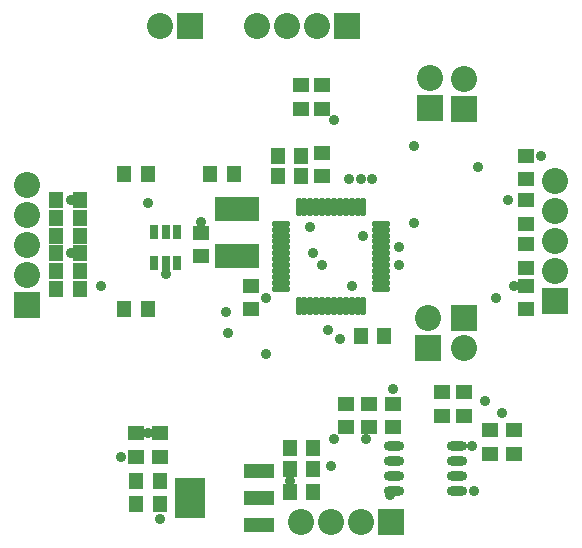
<source format=gts>
G04 Layer_Color=8388736*
%FSLAX25Y25*%
%MOIN*%
G70*
G01*
G75*
%ADD29R,0.05721X0.04737*%
%ADD30O,0.06312X0.01981*%
%ADD31O,0.01981X0.06312*%
%ADD32R,0.10249X0.13792*%
%ADD33R,0.10249X0.04737*%
%ADD34R,0.04737X0.05721*%
%ADD35R,0.03162X0.05131*%
G04:AMPARAMS|DCode=36|XSize=69.02mil|YSize=31.62mil|CornerRadius=15.81mil|HoleSize=0mil|Usage=FLASHONLY|Rotation=180.000|XOffset=0mil|YOffset=0mil|HoleType=Round|Shape=RoundedRectangle|*
%AMROUNDEDRECTD36*
21,1,0.06902,0.00000,0,0,180.0*
21,1,0.03740,0.03162,0,0,180.0*
1,1,0.03162,-0.01870,0.00000*
1,1,0.03162,0.01870,0.00000*
1,1,0.03162,0.01870,0.00000*
1,1,0.03162,-0.01870,0.00000*
%
%ADD36ROUNDEDRECTD36*%
%ADD37R,0.14973X0.07887*%
%ADD38R,0.08674X0.08674*%
%ADD39C,0.08674*%
%ADD40R,0.08674X0.08674*%
%ADD41C,0.03556*%
D29*
X150787Y49213D02*
D03*
Y41339D02*
D03*
X143307D02*
D03*
Y49213D02*
D03*
X103347Y143701D02*
D03*
Y151575D02*
D03*
X96457D02*
D03*
Y143701D02*
D03*
X62992Y102362D02*
D03*
Y94488D02*
D03*
X79724Y84646D02*
D03*
Y76772D02*
D03*
X103347Y128937D02*
D03*
Y121063D02*
D03*
X49213Y35433D02*
D03*
Y27559D02*
D03*
X41339Y35433D02*
D03*
Y27559D02*
D03*
X159449Y28543D02*
D03*
Y36417D02*
D03*
X111417Y45276D02*
D03*
Y37402D02*
D03*
X118898D02*
D03*
Y45276D02*
D03*
X126969Y37402D02*
D03*
Y45276D02*
D03*
X167323Y28543D02*
D03*
Y36417D02*
D03*
X171260Y76772D02*
D03*
Y84646D02*
D03*
Y98425D02*
D03*
Y90551D02*
D03*
Y127953D02*
D03*
Y120079D02*
D03*
Y105315D02*
D03*
Y113189D02*
D03*
D30*
X89764Y105315D02*
D03*
Y103347D02*
D03*
Y101378D02*
D03*
Y99410D02*
D03*
Y97441D02*
D03*
Y95472D02*
D03*
Y93504D02*
D03*
Y91535D02*
D03*
Y89567D02*
D03*
Y87598D02*
D03*
Y85630D02*
D03*
Y83661D02*
D03*
X122835D02*
D03*
Y85630D02*
D03*
Y87598D02*
D03*
Y89567D02*
D03*
Y91535D02*
D03*
Y93504D02*
D03*
Y95472D02*
D03*
Y97441D02*
D03*
Y99410D02*
D03*
Y101378D02*
D03*
Y103347D02*
D03*
Y105315D02*
D03*
D31*
X95472Y77953D02*
D03*
X97441D02*
D03*
X99410D02*
D03*
X101378D02*
D03*
X103347D02*
D03*
X105315D02*
D03*
X107283D02*
D03*
X109252D02*
D03*
X111221D02*
D03*
X113189D02*
D03*
X115157D02*
D03*
X117126D02*
D03*
Y111024D02*
D03*
X115157D02*
D03*
X113189D02*
D03*
X111221D02*
D03*
X109252D02*
D03*
X107283D02*
D03*
X105315D02*
D03*
X103347D02*
D03*
X101378D02*
D03*
X99410D02*
D03*
X97441D02*
D03*
X95472D02*
D03*
D32*
X59449Y13780D02*
D03*
D33*
X82284Y22835D02*
D03*
Y13780D02*
D03*
Y4724D02*
D03*
D34*
X73819Y122047D02*
D03*
X65945D02*
D03*
X22638Y107283D02*
D03*
X14764D02*
D03*
Y83661D02*
D03*
X22638D02*
D03*
Y89567D02*
D03*
X14764D02*
D03*
X22638Y95472D02*
D03*
X14764D02*
D03*
X22638Y101378D02*
D03*
X14764D02*
D03*
Y113189D02*
D03*
X22638D02*
D03*
X45276Y122047D02*
D03*
X37402D02*
D03*
Y76772D02*
D03*
X45276D02*
D03*
X116142Y67913D02*
D03*
X124016D02*
D03*
X96457Y121063D02*
D03*
X88583D02*
D03*
X96457Y127953D02*
D03*
X88583D02*
D03*
X92520Y30512D02*
D03*
X100394D02*
D03*
Y23622D02*
D03*
X92520D02*
D03*
X100394Y15748D02*
D03*
X92520D02*
D03*
X49213Y19685D02*
D03*
X41339D02*
D03*
Y11811D02*
D03*
X49213D02*
D03*
D35*
X54921Y102559D02*
D03*
X51181D02*
D03*
X47441D02*
D03*
Y92323D02*
D03*
X51181D02*
D03*
X54921D02*
D03*
D36*
X148425Y16122D02*
D03*
Y21122D02*
D03*
Y26122D02*
D03*
Y31122D02*
D03*
X127165D02*
D03*
Y26122D02*
D03*
Y21122D02*
D03*
Y16122D02*
D03*
D37*
X74803Y94488D02*
D03*
Y110236D02*
D03*
D38*
X150689Y143642D02*
D03*
X139272Y143799D02*
D03*
X4921Y78268D02*
D03*
X181102Y79409D02*
D03*
X150591Y73976D02*
D03*
X138779Y63976D02*
D03*
D39*
X150689Y153642D02*
D03*
X139272Y153799D02*
D03*
X4921Y98268D02*
D03*
Y88268D02*
D03*
Y108268D02*
D03*
Y118268D02*
D03*
X181102Y99410D02*
D03*
Y89410D02*
D03*
Y109409D02*
D03*
Y119409D02*
D03*
X150591Y63976D02*
D03*
X138779Y73976D02*
D03*
X49213Y171260D02*
D03*
X91535D02*
D03*
X101535D02*
D03*
X81535D02*
D03*
X106299Y5906D02*
D03*
X116299D02*
D03*
X96299D02*
D03*
D40*
X59213Y171260D02*
D03*
X111535D02*
D03*
X126299Y5906D02*
D03*
D41*
X155170Y124358D02*
D03*
X133858Y131102D02*
D03*
Y105512D02*
D03*
X107283Y139764D02*
D03*
X120079Y120079D02*
D03*
X112205Y120079D02*
D03*
X116142D02*
D03*
X106299Y24606D02*
D03*
X36417Y27559D02*
D03*
X45276Y35433D02*
D03*
X49213Y6890D02*
D03*
X45276Y112205D02*
D03*
X29528Y84646D02*
D03*
X176181Y127953D02*
D03*
X161417Y80709D02*
D03*
X84646Y62008D02*
D03*
X109252Y66929D02*
D03*
X105315Y69882D02*
D03*
X128937Y91535D02*
D03*
Y97441D02*
D03*
X117126Y101378D02*
D03*
X165354Y113189D02*
D03*
X100394Y95472D02*
D03*
X163386Y42323D02*
D03*
X126969Y50197D02*
D03*
X71850Y68898D02*
D03*
X71457Y75787D02*
D03*
X84646Y80709D02*
D03*
X62992Y105807D02*
D03*
X113189Y84646D02*
D03*
X99409Y104331D02*
D03*
X51181Y88583D02*
D03*
X19685Y95472D02*
D03*
Y113189D02*
D03*
X167323Y84646D02*
D03*
X118110Y33465D02*
D03*
X107283D02*
D03*
X157480Y46260D02*
D03*
X153169Y31122D02*
D03*
X125984Y14764D02*
D03*
X153917Y16122D02*
D03*
X92520Y19685D02*
D03*
X103347Y91535D02*
D03*
M02*

</source>
